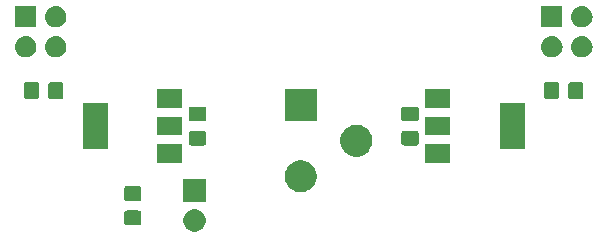
<source format=gbr>
G04 #@! TF.GenerationSoftware,KiCad,Pcbnew,(5.1.2)-2*
G04 #@! TF.CreationDate,2019-09-13T01:35:51-05:00*
G04 #@! TF.ProjectId,breadboard_power,62726561-6462-46f6-9172-645f706f7765,rev?*
G04 #@! TF.SameCoordinates,Original*
G04 #@! TF.FileFunction,Soldermask,Top*
G04 #@! TF.FilePolarity,Negative*
%FSLAX46Y46*%
G04 Gerber Fmt 4.6, Leading zero omitted, Abs format (unit mm)*
G04 Created by KiCad (PCBNEW (5.1.2)-2) date 2019-09-13 01:35:51*
%MOMM*%
%LPD*%
G04 APERTURE LIST*
%ADD10C,0.100000*%
G04 APERTURE END LIST*
D10*
G36*
X44027338Y-42335738D02*
G01*
X44200373Y-42407412D01*
X44356100Y-42511465D01*
X44488535Y-42643900D01*
X44592588Y-42799627D01*
X44664262Y-42972662D01*
X44700800Y-43156354D01*
X44700800Y-43343646D01*
X44664262Y-43527338D01*
X44592588Y-43700373D01*
X44488535Y-43856100D01*
X44356100Y-43988535D01*
X44200373Y-44092588D01*
X44027338Y-44164262D01*
X43843646Y-44200800D01*
X43656354Y-44200800D01*
X43472662Y-44164262D01*
X43299627Y-44092588D01*
X43143900Y-43988535D01*
X43011465Y-43856100D01*
X42907412Y-43700373D01*
X42835738Y-43527338D01*
X42799200Y-43343646D01*
X42799200Y-43156354D01*
X42835738Y-42972662D01*
X42907412Y-42799627D01*
X43011465Y-42643900D01*
X43143900Y-42511465D01*
X43299627Y-42407412D01*
X43472662Y-42335738D01*
X43656354Y-42299200D01*
X43843646Y-42299200D01*
X44027338Y-42335738D01*
X44027338Y-42335738D01*
G37*
G36*
X39054857Y-42404117D02*
G01*
X39100465Y-42417952D01*
X39142504Y-42440422D01*
X39179344Y-42470656D01*
X39209578Y-42507496D01*
X39232048Y-42549535D01*
X39245883Y-42595143D01*
X39250800Y-42645065D01*
X39250800Y-43404935D01*
X39245883Y-43454857D01*
X39232048Y-43500465D01*
X39209578Y-43542504D01*
X39179344Y-43579344D01*
X39142504Y-43609578D01*
X39100465Y-43632048D01*
X39054857Y-43645883D01*
X39004935Y-43650800D01*
X37995065Y-43650800D01*
X37945143Y-43645883D01*
X37899535Y-43632048D01*
X37857496Y-43609578D01*
X37820656Y-43579344D01*
X37790422Y-43542504D01*
X37767952Y-43500465D01*
X37754117Y-43454857D01*
X37749200Y-43404935D01*
X37749200Y-42645065D01*
X37754117Y-42595143D01*
X37767952Y-42549535D01*
X37790422Y-42507496D01*
X37820656Y-42470656D01*
X37857496Y-42440422D01*
X37899535Y-42417952D01*
X37945143Y-42404117D01*
X37995065Y-42399200D01*
X39004935Y-42399200D01*
X39054857Y-42404117D01*
X39054857Y-42404117D01*
G37*
G36*
X44700800Y-41660800D02*
G01*
X42799200Y-41660800D01*
X42799200Y-39759200D01*
X44700800Y-39759200D01*
X44700800Y-41660800D01*
X44700800Y-41660800D01*
G37*
G36*
X39054857Y-40354117D02*
G01*
X39100465Y-40367952D01*
X39142504Y-40390422D01*
X39179344Y-40420656D01*
X39209578Y-40457496D01*
X39232048Y-40499535D01*
X39245883Y-40545143D01*
X39250800Y-40595065D01*
X39250800Y-41354935D01*
X39245883Y-41404857D01*
X39232048Y-41450465D01*
X39209578Y-41492504D01*
X39179344Y-41529344D01*
X39142504Y-41559578D01*
X39100465Y-41582048D01*
X39054857Y-41595883D01*
X39004935Y-41600800D01*
X37995065Y-41600800D01*
X37945143Y-41595883D01*
X37899535Y-41582048D01*
X37857496Y-41559578D01*
X37820656Y-41529344D01*
X37790422Y-41492504D01*
X37767952Y-41450465D01*
X37754117Y-41404857D01*
X37749200Y-41354935D01*
X37749200Y-40595065D01*
X37754117Y-40545143D01*
X37767952Y-40499535D01*
X37790422Y-40457496D01*
X37820656Y-40420656D01*
X37857496Y-40390422D01*
X37899535Y-40367952D01*
X37945143Y-40354117D01*
X37995065Y-40349200D01*
X39004935Y-40349200D01*
X39054857Y-40354117D01*
X39054857Y-40354117D01*
G37*
G36*
X53144014Y-38201110D02*
G01*
X53389843Y-38302936D01*
X53611086Y-38450766D01*
X53799234Y-38638914D01*
X53947064Y-38860157D01*
X54048890Y-39105986D01*
X54100800Y-39366958D01*
X54100800Y-39633042D01*
X54048890Y-39894014D01*
X53947064Y-40139843D01*
X53799234Y-40361086D01*
X53611086Y-40549234D01*
X53389843Y-40697064D01*
X53144014Y-40798890D01*
X52883042Y-40850800D01*
X52616958Y-40850800D01*
X52355986Y-40798890D01*
X52110157Y-40697064D01*
X51888914Y-40549234D01*
X51700766Y-40361086D01*
X51552936Y-40139843D01*
X51451110Y-39894014D01*
X51399200Y-39633042D01*
X51399200Y-39366958D01*
X51451110Y-39105986D01*
X51552936Y-38860157D01*
X51700766Y-38638914D01*
X51888914Y-38450766D01*
X52110157Y-38302936D01*
X52355986Y-38201110D01*
X52616958Y-38149200D01*
X52883042Y-38149200D01*
X53144014Y-38201110D01*
X53144014Y-38201110D01*
G37*
G36*
X65400800Y-38350800D02*
G01*
X63299200Y-38350800D01*
X63299200Y-36749200D01*
X65400800Y-36749200D01*
X65400800Y-38350800D01*
X65400800Y-38350800D01*
G37*
G36*
X42700800Y-38350800D02*
G01*
X40599200Y-38350800D01*
X40599200Y-36749200D01*
X42700800Y-36749200D01*
X42700800Y-38350800D01*
X42700800Y-38350800D01*
G37*
G36*
X57844014Y-35201110D02*
G01*
X58089843Y-35302936D01*
X58089844Y-35302937D01*
X58311085Y-35450765D01*
X58499235Y-35638915D01*
X58573149Y-35749536D01*
X58647064Y-35860157D01*
X58748890Y-36105986D01*
X58800800Y-36366958D01*
X58800800Y-36633042D01*
X58748890Y-36894014D01*
X58647064Y-37139843D01*
X58499234Y-37361086D01*
X58311086Y-37549234D01*
X58089843Y-37697064D01*
X57844014Y-37798890D01*
X57583042Y-37850800D01*
X57316958Y-37850800D01*
X57055986Y-37798890D01*
X56810157Y-37697064D01*
X56588914Y-37549234D01*
X56400766Y-37361086D01*
X56252936Y-37139843D01*
X56151110Y-36894014D01*
X56099200Y-36633042D01*
X56099200Y-36366958D01*
X56151110Y-36105986D01*
X56252936Y-35860157D01*
X56326851Y-35749536D01*
X56400765Y-35638915D01*
X56588915Y-35450765D01*
X56810156Y-35302937D01*
X56810157Y-35302936D01*
X57055986Y-35201110D01*
X57316958Y-35149200D01*
X57583042Y-35149200D01*
X57844014Y-35201110D01*
X57844014Y-35201110D01*
G37*
G36*
X36400800Y-37200800D02*
G01*
X34299200Y-37200800D01*
X34299200Y-33299200D01*
X36400800Y-33299200D01*
X36400800Y-37200800D01*
X36400800Y-37200800D01*
G37*
G36*
X71700800Y-37200800D02*
G01*
X69599200Y-37200800D01*
X69599200Y-33299200D01*
X71700800Y-33299200D01*
X71700800Y-37200800D01*
X71700800Y-37200800D01*
G37*
G36*
X44554857Y-35654117D02*
G01*
X44600465Y-35667952D01*
X44642504Y-35690422D01*
X44679344Y-35720656D01*
X44709578Y-35757496D01*
X44732048Y-35799535D01*
X44745883Y-35845143D01*
X44750800Y-35895065D01*
X44750800Y-36654935D01*
X44745883Y-36704857D01*
X44732048Y-36750465D01*
X44709578Y-36792504D01*
X44679344Y-36829344D01*
X44642504Y-36859578D01*
X44600465Y-36882048D01*
X44554857Y-36895883D01*
X44504935Y-36900800D01*
X43495065Y-36900800D01*
X43445143Y-36895883D01*
X43399535Y-36882048D01*
X43357496Y-36859578D01*
X43320656Y-36829344D01*
X43290422Y-36792504D01*
X43267952Y-36750465D01*
X43254117Y-36704857D01*
X43249200Y-36654935D01*
X43249200Y-35895065D01*
X43254117Y-35845143D01*
X43267952Y-35799535D01*
X43290422Y-35757496D01*
X43320656Y-35720656D01*
X43357496Y-35690422D01*
X43399535Y-35667952D01*
X43445143Y-35654117D01*
X43495065Y-35649200D01*
X44504935Y-35649200D01*
X44554857Y-35654117D01*
X44554857Y-35654117D01*
G37*
G36*
X62554857Y-35654117D02*
G01*
X62600465Y-35667952D01*
X62642504Y-35690422D01*
X62679344Y-35720656D01*
X62709578Y-35757496D01*
X62732048Y-35799535D01*
X62745883Y-35845143D01*
X62750800Y-35895065D01*
X62750800Y-36654935D01*
X62745883Y-36704857D01*
X62732048Y-36750465D01*
X62709578Y-36792504D01*
X62679344Y-36829344D01*
X62642504Y-36859578D01*
X62600465Y-36882048D01*
X62554857Y-36895883D01*
X62504935Y-36900800D01*
X61495065Y-36900800D01*
X61445143Y-36895883D01*
X61399535Y-36882048D01*
X61357496Y-36859578D01*
X61320656Y-36829344D01*
X61290422Y-36792504D01*
X61267952Y-36750465D01*
X61254117Y-36704857D01*
X61249200Y-36654935D01*
X61249200Y-35895065D01*
X61254117Y-35845143D01*
X61267952Y-35799535D01*
X61290422Y-35757496D01*
X61320656Y-35720656D01*
X61357496Y-35690422D01*
X61399535Y-35667952D01*
X61445143Y-35654117D01*
X61495065Y-35649200D01*
X62504935Y-35649200D01*
X62554857Y-35654117D01*
X62554857Y-35654117D01*
G37*
G36*
X42700800Y-36050800D02*
G01*
X40599200Y-36050800D01*
X40599200Y-34449200D01*
X42700800Y-34449200D01*
X42700800Y-36050800D01*
X42700800Y-36050800D01*
G37*
G36*
X65400800Y-36050800D02*
G01*
X63299200Y-36050800D01*
X63299200Y-34449200D01*
X65400800Y-34449200D01*
X65400800Y-36050800D01*
X65400800Y-36050800D01*
G37*
G36*
X62554857Y-33604117D02*
G01*
X62600465Y-33617952D01*
X62642504Y-33640422D01*
X62679344Y-33670656D01*
X62709578Y-33707496D01*
X62732048Y-33749535D01*
X62745883Y-33795143D01*
X62750800Y-33845065D01*
X62750800Y-34604935D01*
X62745883Y-34654857D01*
X62732048Y-34700465D01*
X62709578Y-34742504D01*
X62679344Y-34779344D01*
X62642504Y-34809578D01*
X62600465Y-34832048D01*
X62554857Y-34845883D01*
X62504935Y-34850800D01*
X61495065Y-34850800D01*
X61445143Y-34845883D01*
X61399535Y-34832048D01*
X61357496Y-34809578D01*
X61320656Y-34779344D01*
X61290422Y-34742504D01*
X61267952Y-34700465D01*
X61254117Y-34654857D01*
X61249200Y-34604935D01*
X61249200Y-33845065D01*
X61254117Y-33795143D01*
X61267952Y-33749535D01*
X61290422Y-33707496D01*
X61320656Y-33670656D01*
X61357496Y-33640422D01*
X61399535Y-33617952D01*
X61445143Y-33604117D01*
X61495065Y-33599200D01*
X62504935Y-33599200D01*
X62554857Y-33604117D01*
X62554857Y-33604117D01*
G37*
G36*
X44554857Y-33604117D02*
G01*
X44600465Y-33617952D01*
X44642504Y-33640422D01*
X44679344Y-33670656D01*
X44709578Y-33707496D01*
X44732048Y-33749535D01*
X44745883Y-33795143D01*
X44750800Y-33845065D01*
X44750800Y-34604935D01*
X44745883Y-34654857D01*
X44732048Y-34700465D01*
X44709578Y-34742504D01*
X44679344Y-34779344D01*
X44642504Y-34809578D01*
X44600465Y-34832048D01*
X44554857Y-34845883D01*
X44504935Y-34850800D01*
X43495065Y-34850800D01*
X43445143Y-34845883D01*
X43399535Y-34832048D01*
X43357496Y-34809578D01*
X43320656Y-34779344D01*
X43290422Y-34742504D01*
X43267952Y-34700465D01*
X43254117Y-34654857D01*
X43249200Y-34604935D01*
X43249200Y-33845065D01*
X43254117Y-33795143D01*
X43267952Y-33749535D01*
X43290422Y-33707496D01*
X43320656Y-33670656D01*
X43357496Y-33640422D01*
X43399535Y-33617952D01*
X43445143Y-33604117D01*
X43495065Y-33599200D01*
X44504935Y-33599200D01*
X44554857Y-33604117D01*
X44554857Y-33604117D01*
G37*
G36*
X54100800Y-34850800D02*
G01*
X51399200Y-34850800D01*
X51399200Y-32149200D01*
X54100800Y-32149200D01*
X54100800Y-34850800D01*
X54100800Y-34850800D01*
G37*
G36*
X65400800Y-33750800D02*
G01*
X63299200Y-33750800D01*
X63299200Y-32149200D01*
X65400800Y-32149200D01*
X65400800Y-33750800D01*
X65400800Y-33750800D01*
G37*
G36*
X42700800Y-33750800D02*
G01*
X40599200Y-33750800D01*
X40599200Y-32149200D01*
X42700800Y-32149200D01*
X42700800Y-33750800D01*
X42700800Y-33750800D01*
G37*
G36*
X30379857Y-31504117D02*
G01*
X30425465Y-31517952D01*
X30467504Y-31540422D01*
X30504344Y-31570656D01*
X30534578Y-31607496D01*
X30557048Y-31649535D01*
X30570883Y-31695143D01*
X30575800Y-31745065D01*
X30575800Y-32754935D01*
X30570883Y-32804857D01*
X30557048Y-32850465D01*
X30534578Y-32892504D01*
X30504344Y-32929344D01*
X30467504Y-32959578D01*
X30425465Y-32982048D01*
X30379857Y-32995883D01*
X30329935Y-33000800D01*
X29570065Y-33000800D01*
X29520143Y-32995883D01*
X29474535Y-32982048D01*
X29432496Y-32959578D01*
X29395656Y-32929344D01*
X29365422Y-32892504D01*
X29342952Y-32850465D01*
X29329117Y-32804857D01*
X29324200Y-32754935D01*
X29324200Y-31745065D01*
X29329117Y-31695143D01*
X29342952Y-31649535D01*
X29365422Y-31607496D01*
X29395656Y-31570656D01*
X29432496Y-31540422D01*
X29474535Y-31517952D01*
X29520143Y-31504117D01*
X29570065Y-31499200D01*
X30329935Y-31499200D01*
X30379857Y-31504117D01*
X30379857Y-31504117D01*
G37*
G36*
X32429857Y-31504117D02*
G01*
X32475465Y-31517952D01*
X32517504Y-31540422D01*
X32554344Y-31570656D01*
X32584578Y-31607496D01*
X32607048Y-31649535D01*
X32620883Y-31695143D01*
X32625800Y-31745065D01*
X32625800Y-32754935D01*
X32620883Y-32804857D01*
X32607048Y-32850465D01*
X32584578Y-32892504D01*
X32554344Y-32929344D01*
X32517504Y-32959578D01*
X32475465Y-32982048D01*
X32429857Y-32995883D01*
X32379935Y-33000800D01*
X31620065Y-33000800D01*
X31570143Y-32995883D01*
X31524535Y-32982048D01*
X31482496Y-32959578D01*
X31445656Y-32929344D01*
X31415422Y-32892504D01*
X31392952Y-32850465D01*
X31379117Y-32804857D01*
X31374200Y-32754935D01*
X31374200Y-31745065D01*
X31379117Y-31695143D01*
X31392952Y-31649535D01*
X31415422Y-31607496D01*
X31445656Y-31570656D01*
X31482496Y-31540422D01*
X31524535Y-31517952D01*
X31570143Y-31504117D01*
X31620065Y-31499200D01*
X32379935Y-31499200D01*
X32429857Y-31504117D01*
X32429857Y-31504117D01*
G37*
G36*
X74404857Y-31504117D02*
G01*
X74450465Y-31517952D01*
X74492504Y-31540422D01*
X74529344Y-31570656D01*
X74559578Y-31607496D01*
X74582048Y-31649535D01*
X74595883Y-31695143D01*
X74600800Y-31745065D01*
X74600800Y-32754935D01*
X74595883Y-32804857D01*
X74582048Y-32850465D01*
X74559578Y-32892504D01*
X74529344Y-32929344D01*
X74492504Y-32959578D01*
X74450465Y-32982048D01*
X74404857Y-32995883D01*
X74354935Y-33000800D01*
X73595065Y-33000800D01*
X73545143Y-32995883D01*
X73499535Y-32982048D01*
X73457496Y-32959578D01*
X73420656Y-32929344D01*
X73390422Y-32892504D01*
X73367952Y-32850465D01*
X73354117Y-32804857D01*
X73349200Y-32754935D01*
X73349200Y-31745065D01*
X73354117Y-31695143D01*
X73367952Y-31649535D01*
X73390422Y-31607496D01*
X73420656Y-31570656D01*
X73457496Y-31540422D01*
X73499535Y-31517952D01*
X73545143Y-31504117D01*
X73595065Y-31499200D01*
X74354935Y-31499200D01*
X74404857Y-31504117D01*
X74404857Y-31504117D01*
G37*
G36*
X76454857Y-31504117D02*
G01*
X76500465Y-31517952D01*
X76542504Y-31540422D01*
X76579344Y-31570656D01*
X76609578Y-31607496D01*
X76632048Y-31649535D01*
X76645883Y-31695143D01*
X76650800Y-31745065D01*
X76650800Y-32754935D01*
X76645883Y-32804857D01*
X76632048Y-32850465D01*
X76609578Y-32892504D01*
X76579344Y-32929344D01*
X76542504Y-32959578D01*
X76500465Y-32982048D01*
X76454857Y-32995883D01*
X76404935Y-33000800D01*
X75645065Y-33000800D01*
X75595143Y-32995883D01*
X75549535Y-32982048D01*
X75507496Y-32959578D01*
X75470656Y-32929344D01*
X75440422Y-32892504D01*
X75417952Y-32850465D01*
X75404117Y-32804857D01*
X75399200Y-32754935D01*
X75399200Y-31745065D01*
X75404117Y-31695143D01*
X75417952Y-31649535D01*
X75440422Y-31607496D01*
X75470656Y-31570656D01*
X75507496Y-31540422D01*
X75549535Y-31517952D01*
X75595143Y-31504117D01*
X75645065Y-31499200D01*
X76404935Y-31499200D01*
X76454857Y-31504117D01*
X76454857Y-31504117D01*
G37*
G36*
X29636584Y-27652233D02*
G01*
X29636587Y-27652234D01*
X29636588Y-27652234D01*
X29806389Y-27703743D01*
X29853861Y-27729117D01*
X29962881Y-27787389D01*
X30100044Y-27899956D01*
X30212611Y-28037119D01*
X30270883Y-28146139D01*
X30296257Y-28193611D01*
X30347766Y-28363412D01*
X30347767Y-28363416D01*
X30365159Y-28540000D01*
X30347767Y-28716584D01*
X30347766Y-28716587D01*
X30347766Y-28716588D01*
X30296257Y-28886389D01*
X30296256Y-28886390D01*
X30212611Y-29042881D01*
X30100044Y-29180044D01*
X29962881Y-29292611D01*
X29853861Y-29350883D01*
X29806389Y-29376257D01*
X29636588Y-29427766D01*
X29636587Y-29427766D01*
X29636584Y-29427767D01*
X29504255Y-29440800D01*
X29415745Y-29440800D01*
X29283416Y-29427767D01*
X29283413Y-29427766D01*
X29283412Y-29427766D01*
X29113611Y-29376257D01*
X29066139Y-29350883D01*
X28957119Y-29292611D01*
X28819956Y-29180044D01*
X28707389Y-29042881D01*
X28623744Y-28886390D01*
X28623743Y-28886389D01*
X28572234Y-28716588D01*
X28572234Y-28716587D01*
X28572233Y-28716584D01*
X28554841Y-28540000D01*
X28572233Y-28363416D01*
X28572234Y-28363412D01*
X28623743Y-28193611D01*
X28649117Y-28146139D01*
X28707389Y-28037119D01*
X28819956Y-27899956D01*
X28957119Y-27787389D01*
X29066139Y-27729117D01*
X29113611Y-27703743D01*
X29283412Y-27652234D01*
X29283413Y-27652234D01*
X29283416Y-27652233D01*
X29415745Y-27639200D01*
X29504255Y-27639200D01*
X29636584Y-27652233D01*
X29636584Y-27652233D01*
G37*
G36*
X76716584Y-27652233D02*
G01*
X76716587Y-27652234D01*
X76716588Y-27652234D01*
X76886389Y-27703743D01*
X76933861Y-27729117D01*
X77042881Y-27787389D01*
X77180044Y-27899956D01*
X77292611Y-28037119D01*
X77350883Y-28146139D01*
X77376257Y-28193611D01*
X77427766Y-28363412D01*
X77427767Y-28363416D01*
X77445159Y-28540000D01*
X77427767Y-28716584D01*
X77427766Y-28716587D01*
X77427766Y-28716588D01*
X77376257Y-28886389D01*
X77376256Y-28886390D01*
X77292611Y-29042881D01*
X77180044Y-29180044D01*
X77042881Y-29292611D01*
X76933861Y-29350883D01*
X76886389Y-29376257D01*
X76716588Y-29427766D01*
X76716587Y-29427766D01*
X76716584Y-29427767D01*
X76584255Y-29440800D01*
X76495745Y-29440800D01*
X76363416Y-29427767D01*
X76363413Y-29427766D01*
X76363412Y-29427766D01*
X76193611Y-29376257D01*
X76146139Y-29350883D01*
X76037119Y-29292611D01*
X75899956Y-29180044D01*
X75787389Y-29042881D01*
X75703744Y-28886390D01*
X75703743Y-28886389D01*
X75652234Y-28716588D01*
X75652234Y-28716587D01*
X75652233Y-28716584D01*
X75634841Y-28540000D01*
X75652233Y-28363416D01*
X75652234Y-28363412D01*
X75703743Y-28193611D01*
X75729117Y-28146139D01*
X75787389Y-28037119D01*
X75899956Y-27899956D01*
X76037119Y-27787389D01*
X76146139Y-27729117D01*
X76193611Y-27703743D01*
X76363412Y-27652234D01*
X76363413Y-27652234D01*
X76363416Y-27652233D01*
X76495745Y-27639200D01*
X76584255Y-27639200D01*
X76716584Y-27652233D01*
X76716584Y-27652233D01*
G37*
G36*
X74176584Y-27652233D02*
G01*
X74176587Y-27652234D01*
X74176588Y-27652234D01*
X74346389Y-27703743D01*
X74393861Y-27729117D01*
X74502881Y-27787389D01*
X74640044Y-27899956D01*
X74752611Y-28037119D01*
X74810883Y-28146139D01*
X74836257Y-28193611D01*
X74887766Y-28363412D01*
X74887767Y-28363416D01*
X74905159Y-28540000D01*
X74887767Y-28716584D01*
X74887766Y-28716587D01*
X74887766Y-28716588D01*
X74836257Y-28886389D01*
X74836256Y-28886390D01*
X74752611Y-29042881D01*
X74640044Y-29180044D01*
X74502881Y-29292611D01*
X74393861Y-29350883D01*
X74346389Y-29376257D01*
X74176588Y-29427766D01*
X74176587Y-29427766D01*
X74176584Y-29427767D01*
X74044255Y-29440800D01*
X73955745Y-29440800D01*
X73823416Y-29427767D01*
X73823413Y-29427766D01*
X73823412Y-29427766D01*
X73653611Y-29376257D01*
X73606139Y-29350883D01*
X73497119Y-29292611D01*
X73359956Y-29180044D01*
X73247389Y-29042881D01*
X73163744Y-28886390D01*
X73163743Y-28886389D01*
X73112234Y-28716588D01*
X73112234Y-28716587D01*
X73112233Y-28716584D01*
X73094841Y-28540000D01*
X73112233Y-28363416D01*
X73112234Y-28363412D01*
X73163743Y-28193611D01*
X73189117Y-28146139D01*
X73247389Y-28037119D01*
X73359956Y-27899956D01*
X73497119Y-27787389D01*
X73606139Y-27729117D01*
X73653611Y-27703743D01*
X73823412Y-27652234D01*
X73823413Y-27652234D01*
X73823416Y-27652233D01*
X73955745Y-27639200D01*
X74044255Y-27639200D01*
X74176584Y-27652233D01*
X74176584Y-27652233D01*
G37*
G36*
X32176584Y-27652233D02*
G01*
X32176587Y-27652234D01*
X32176588Y-27652234D01*
X32346389Y-27703743D01*
X32393861Y-27729117D01*
X32502881Y-27787389D01*
X32640044Y-27899956D01*
X32752611Y-28037119D01*
X32810883Y-28146139D01*
X32836257Y-28193611D01*
X32887766Y-28363412D01*
X32887767Y-28363416D01*
X32905159Y-28540000D01*
X32887767Y-28716584D01*
X32887766Y-28716587D01*
X32887766Y-28716588D01*
X32836257Y-28886389D01*
X32836256Y-28886390D01*
X32752611Y-29042881D01*
X32640044Y-29180044D01*
X32502881Y-29292611D01*
X32393861Y-29350883D01*
X32346389Y-29376257D01*
X32176588Y-29427766D01*
X32176587Y-29427766D01*
X32176584Y-29427767D01*
X32044255Y-29440800D01*
X31955745Y-29440800D01*
X31823416Y-29427767D01*
X31823413Y-29427766D01*
X31823412Y-29427766D01*
X31653611Y-29376257D01*
X31606139Y-29350883D01*
X31497119Y-29292611D01*
X31359956Y-29180044D01*
X31247389Y-29042881D01*
X31163744Y-28886390D01*
X31163743Y-28886389D01*
X31112234Y-28716588D01*
X31112234Y-28716587D01*
X31112233Y-28716584D01*
X31094841Y-28540000D01*
X31112233Y-28363416D01*
X31112234Y-28363412D01*
X31163743Y-28193611D01*
X31189117Y-28146139D01*
X31247389Y-28037119D01*
X31359956Y-27899956D01*
X31497119Y-27787389D01*
X31606139Y-27729117D01*
X31653611Y-27703743D01*
X31823412Y-27652234D01*
X31823413Y-27652234D01*
X31823416Y-27652233D01*
X31955745Y-27639200D01*
X32044255Y-27639200D01*
X32176584Y-27652233D01*
X32176584Y-27652233D01*
G37*
G36*
X74900800Y-26900800D02*
G01*
X73099200Y-26900800D01*
X73099200Y-25099200D01*
X74900800Y-25099200D01*
X74900800Y-26900800D01*
X74900800Y-26900800D01*
G37*
G36*
X76716584Y-25112233D02*
G01*
X76716587Y-25112234D01*
X76716588Y-25112234D01*
X76886389Y-25163743D01*
X76933861Y-25189117D01*
X77042881Y-25247389D01*
X77180044Y-25359956D01*
X77292611Y-25497119D01*
X77350883Y-25606139D01*
X77376257Y-25653611D01*
X77427766Y-25823412D01*
X77427767Y-25823416D01*
X77445159Y-26000000D01*
X77427767Y-26176584D01*
X77427766Y-26176587D01*
X77427766Y-26176588D01*
X77376257Y-26346389D01*
X77376256Y-26346390D01*
X77292611Y-26502881D01*
X77180044Y-26640044D01*
X77042881Y-26752611D01*
X76933861Y-26810883D01*
X76886389Y-26836257D01*
X76716588Y-26887766D01*
X76716587Y-26887766D01*
X76716584Y-26887767D01*
X76584255Y-26900800D01*
X76495745Y-26900800D01*
X76363416Y-26887767D01*
X76363413Y-26887766D01*
X76363412Y-26887766D01*
X76193611Y-26836257D01*
X76146139Y-26810883D01*
X76037119Y-26752611D01*
X75899956Y-26640044D01*
X75787389Y-26502881D01*
X75703744Y-26346390D01*
X75703743Y-26346389D01*
X75652234Y-26176588D01*
X75652234Y-26176587D01*
X75652233Y-26176584D01*
X75634841Y-26000000D01*
X75652233Y-25823416D01*
X75652234Y-25823412D01*
X75703743Y-25653611D01*
X75729117Y-25606139D01*
X75787389Y-25497119D01*
X75899956Y-25359956D01*
X76037119Y-25247389D01*
X76146139Y-25189117D01*
X76193611Y-25163743D01*
X76363412Y-25112234D01*
X76363413Y-25112234D01*
X76363416Y-25112233D01*
X76495745Y-25099200D01*
X76584255Y-25099200D01*
X76716584Y-25112233D01*
X76716584Y-25112233D01*
G37*
G36*
X30360800Y-26900800D02*
G01*
X28559200Y-26900800D01*
X28559200Y-25099200D01*
X30360800Y-25099200D01*
X30360800Y-26900800D01*
X30360800Y-26900800D01*
G37*
G36*
X32176584Y-25112233D02*
G01*
X32176587Y-25112234D01*
X32176588Y-25112234D01*
X32346389Y-25163743D01*
X32393861Y-25189117D01*
X32502881Y-25247389D01*
X32640044Y-25359956D01*
X32752611Y-25497119D01*
X32810883Y-25606139D01*
X32836257Y-25653611D01*
X32887766Y-25823412D01*
X32887767Y-25823416D01*
X32905159Y-26000000D01*
X32887767Y-26176584D01*
X32887766Y-26176587D01*
X32887766Y-26176588D01*
X32836257Y-26346389D01*
X32836256Y-26346390D01*
X32752611Y-26502881D01*
X32640044Y-26640044D01*
X32502881Y-26752611D01*
X32393861Y-26810883D01*
X32346389Y-26836257D01*
X32176588Y-26887766D01*
X32176587Y-26887766D01*
X32176584Y-26887767D01*
X32044255Y-26900800D01*
X31955745Y-26900800D01*
X31823416Y-26887767D01*
X31823413Y-26887766D01*
X31823412Y-26887766D01*
X31653611Y-26836257D01*
X31606139Y-26810883D01*
X31497119Y-26752611D01*
X31359956Y-26640044D01*
X31247389Y-26502881D01*
X31163744Y-26346390D01*
X31163743Y-26346389D01*
X31112234Y-26176588D01*
X31112234Y-26176587D01*
X31112233Y-26176584D01*
X31094841Y-26000000D01*
X31112233Y-25823416D01*
X31112234Y-25823412D01*
X31163743Y-25653611D01*
X31189117Y-25606139D01*
X31247389Y-25497119D01*
X31359956Y-25359956D01*
X31497119Y-25247389D01*
X31606139Y-25189117D01*
X31653611Y-25163743D01*
X31823412Y-25112234D01*
X31823413Y-25112234D01*
X31823416Y-25112233D01*
X31955745Y-25099200D01*
X32044255Y-25099200D01*
X32176584Y-25112233D01*
X32176584Y-25112233D01*
G37*
M02*

</source>
